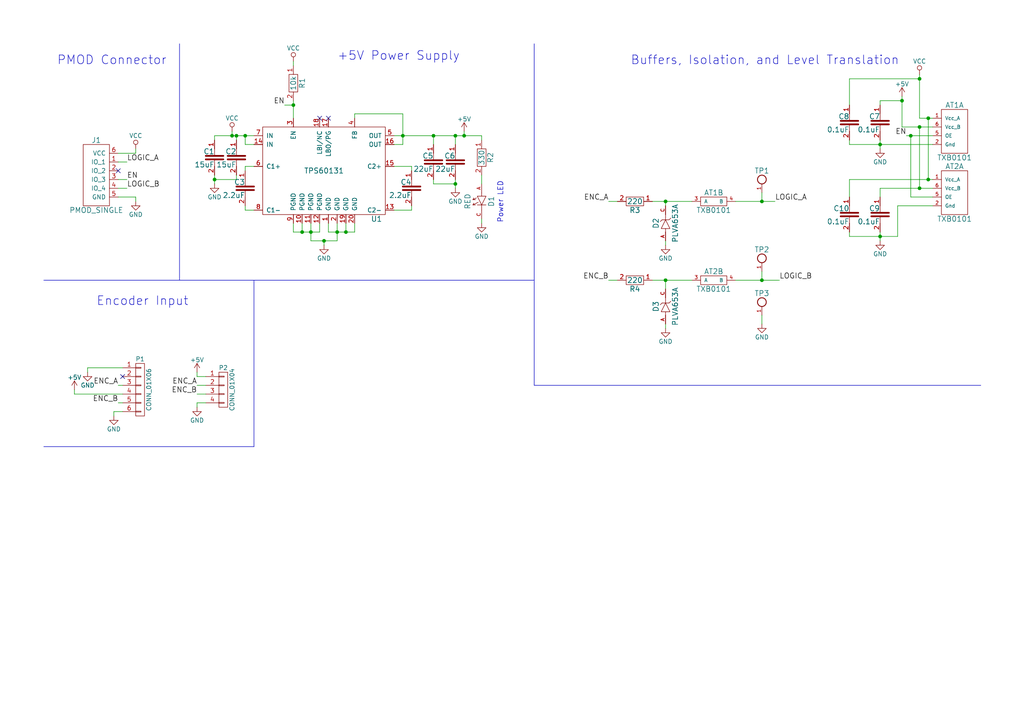
<source format=kicad_sch>
(kicad_sch (version 20230121) (generator eeschema)
  (paper "A4")
  (title_block (title "Quadrature Encoder PMOD-Compatible Interface") (rev "C") (comment 1 "Drawn by: Ian McInerney") (comment 2 "https://github.com/imciner2/PMOD-Compatible_Quadrature-Encoder"))
  (lib_symbols
    (symbol "SingleEncoder-rescue:+5V" (power) (pin_names (offset 0))
      (property "Value" "+5V" (at 0 3.556 0))
      (symbol "+5V_0_1"
        (polyline (pts (xy -0.762 1.27) (xy 0 2.54)))
        (polyline (pts (xy 0 0) (xy 0 2.54)))
        (polyline (pts (xy 0 2.54) (xy 0.762 1.27)))
      )
      (symbol "+5V_1_1"
        (pin power_in line (at 0 0 90) (length 0) hide (name "+5V") (number "1"))
      )
    )
    (symbol "SingleEncoder-rescue:CAP" (pin_names (offset 1.016))
      (property "Reference" "C" (at 0 1.778 0))
      (property "Value" "CAP" (at 0 -2.032 0))
      (symbol "CAP_0_1"
        (polyline (pts (xy -2.54 0.508) (xy 2.54 0.508)) (stroke (width 0.508)))
        (polyline (pts (xy 0 -2.54) (xy 0 -0.508)))
        (polyline (pts (xy 0 0.508) (xy 0 2.54)))
        (polyline (pts (xy 2.54 -0.508) (xy -2.54 -0.508)) (stroke (width 0.508)))
      )
      (symbol "CAP_1_1"
        (pin input line (at 0 5.08 270) (length 2.54) (name "~") (number "1"))
        (pin input line (at 0 -5.08 90) (length 2.54) (name "~") (number "2"))
      )
    )
    (symbol "SingleEncoder-rescue:CONN_01X04" (pin_names (offset 1.016) hide)
      (property "Reference" "P" (at 0 6.35 0))
      (property "Value" "CONN_01X04" (at 2.54 0 90))
      (symbol "CONN_01X04_0_1"
        (rectangle (start -1.27 -3.683) (end 0.254 -3.937))
        (rectangle (start -1.27 -1.143) (end 0.254 -1.397))
        (rectangle (start -1.27 1.397) (end 0.254 1.143))
        (rectangle (start -1.27 3.937) (end 0.254 3.683))
        (rectangle (start -1.27 5.08) (end 1.27 -5.08))
      )
      (symbol "CONN_01X04_1_1"
        (pin passive line (at -5.08 3.81 0) (length 3.81) (name "P1") (number "1"))
        (pin passive line (at -5.08 1.27 0) (length 3.81) (name "P2") (number "2"))
        (pin passive line (at -5.08 -1.27 0) (length 3.81) (name "P3") (number "3"))
        (pin passive line (at -5.08 -3.81 0) (length 3.81) (name "P4") (number "4"))
      )
    )
    (symbol "SingleEncoder-rescue:CONN_01X06" (pin_names (offset 1.016) hide)
      (property "Reference" "P" (at 0 8.89 0))
      (property "Value" "CONN_01X06" (at 2.54 0 90))
      (symbol "CONN_01X06_0_1"
        (rectangle (start -1.27 -6.223) (end 0.254 -6.477))
        (rectangle (start -1.27 -3.683) (end 0.254 -3.937))
        (rectangle (start -1.27 -1.143) (end 0.254 -1.397))
        (rectangle (start -1.27 1.397) (end 0.254 1.143))
        (rectangle (start -1.27 3.937) (end 0.254 3.683))
        (rectangle (start -1.27 6.477) (end 0.254 6.223))
        (rectangle (start -1.27 7.62) (end 1.27 -7.62))
      )
      (symbol "CONN_01X06_1_1"
        (pin passive line (at -5.08 6.35 0) (length 3.81) (name "P1") (number "1"))
        (pin passive line (at -5.08 3.81 0) (length 3.81) (name "P2") (number "2"))
        (pin passive line (at -5.08 1.27 0) (length 3.81) (name "P3") (number "3"))
        (pin passive line (at -5.08 -1.27 0) (length 3.81) (name "P4") (number "4"))
        (pin passive line (at -5.08 -3.81 0) (length 3.81) (name "P5") (number "5"))
        (pin passive line (at -5.08 -6.35 0) (length 3.81) (name "P6") (number "6"))
      )
    )
    (symbol "SingleEncoder-rescue:D_LED" (pin_names (offset 1.016))
      (property "Reference" "D" (at -2.794 0 90))
      (property "Value" "D_LED" (at 4.064 0 90))
      (symbol "D_LED_0_1"
        (polyline (pts (xy 0 -1.524) (xy 0 -2.54)))
        (polyline (pts (xy 0 2.54) (xy 0 1.016)))
        (polyline (pts (xy 1.27 1.016) (xy -1.27 1.016)))
        (polyline (pts (xy 2.54 -0.508) (xy 2.286 -1.016)))
        (polyline (pts (xy 2.54 1.016) (xy 2.286 0.508)))
        (polyline (pts (xy 1.016 0.254) (xy 2.54 1.016) (xy 1.778 1.016)))
        (polyline (pts (xy 1.524 -1.016) (xy 2.54 -0.508) (xy 1.778 -0.508)))
        (polyline (pts (xy 0 1.016) (xy 1.27 -1.524) (xy -1.27 -1.524) (xy 0 1.016)))
      )
      (symbol "D_LED_1_1"
        (pin input line (at 0 -5.08 90) (length 2.54) (name "~") (number "A"))
        (pin input line (at 0 5.08 270) (length 2.54) (name "~") (number "C"))
      )
    )
    (symbol "SingleEncoder-rescue:D_ZENER" (pin_names (offset 1.016))
      (property "Reference" "D" (at -2.794 0 90))
      (property "Value" "D_ZENER" (at 2.794 0 90))
      (symbol "D_ZENER_0_1"
        (polyline (pts (xy -1.016 1.016) (xy -1.524 0.508)))
        (polyline (pts (xy -1.016 1.016) (xy 1.016 1.016)))
        (polyline (pts (xy 0 -1.524) (xy 0 -2.54)))
        (polyline (pts (xy 0 2.54) (xy 0 1.016)))
        (polyline (pts (xy 1.016 1.016) (xy 1.524 1.524)))
        (polyline (pts (xy 0 1.016) (xy 1.27 -1.524) (xy -1.27 -1.524) (xy 0 1.016)))
      )
      (symbol "D_ZENER_1_1"
        (pin input line (at 0 -5.08 90) (length 2.54) (name "~") (number "A"))
        (pin input line (at 0 5.08 270) (length 2.54) (name "~") (number "C"))
      )
    )
    (symbol "SingleEncoder-rescue:GND" (power) (pin_names (offset 0))
      (property "Value" "GND" (at 0 -3.81 0))
      (symbol "GND_0_1"
        (polyline (pts (xy 0 0) (xy 0 -1.27) (xy 1.27 -1.27) (xy 0 -2.54) (xy -1.27 -1.27) (xy 0 -1.27)))
      )
      (symbol "GND_1_1"
        (pin power_in line (at 0 0 270) (length 0) hide (name "GND") (number "1"))
      )
    )
    (symbol "SingleEncoder-rescue:PMOD_SINGLE" (pin_names (offset 1.016))
      (property "Reference" "J" (at 0 10.16 0))
      (property "Value" "PMOD_SINGLE" (at 0 -10.16 0))
      (symbol "PMOD_SINGLE_0_1"
        (rectangle (start 3.81 8.89) (end -3.81 -8.89))
      )
      (symbol "PMOD_SINGLE_1_1"
        (pin input line (at 6.35 3.81 180) (length 2.54) (name "IO_1") (number "1"))
        (pin input line (at 6.35 1.27 180) (length 2.54) (name "IO_2") (number "2"))
        (pin input line (at 6.35 -1.27 180) (length 2.54) (name "IO_3") (number "3"))
        (pin input line (at 6.35 -3.81 180) (length 2.54) (name "IO_4") (number "4"))
        (pin input line (at 6.35 -6.35 180) (length 2.54) (name "GND") (number "5"))
        (pin input line (at 6.35 6.35 180) (length 2.54) (name "VCC") (number "6"))
      )
    )
    (symbol "SingleEncoder-rescue:RES" (pin_names (offset 1.016))
      (property "Reference" "R" (at 2.54 0 90))
      (property "Value" "RES" (at 0 0 90))
      (symbol "RES_0_1"
        (rectangle (start -1.27 2.54) (end 1.27 -2.54))
      )
      (symbol "RES_1_1"
        (pin input line (at 0 5.08 270) (length 2.54) (name "~") (number "1"))
        (pin input line (at 0 -5.08 90) (length 2.54) (name "~") (number "2"))
      )
    )
    (symbol "SingleEncoder-rescue:TEST_POINT" (pin_names (offset 1.016))
      (property "Reference" "TP" (at 0 3.81 0))
      (symbol "TEST_POINT_0_1"
        (circle (center 0 1.27) (radius 1.27) (stroke (width 0.254)))
      )
      (symbol "TEST_POINT_1_1"
        (pin passive line (at 0 -2.54 90) (length 2.54) (name "~") (number "1"))
      )
    )
    (symbol "SingleEncoder-rescue:TPS60131" (pin_names (offset 1.016))
      (property "Reference" "U" (at 15.24 -13.97 0))
      (property "Value" "TPS60131" (at 0 0 0))
      (symbol "TPS60131_0_1"
        (rectangle (start -17.78 12.7) (end 17.78 -12.7))
      )
      (symbol "TPS60131_1_1"
        (pin input line (at 1.27 -15.24 90) (length 2.54) (name "GND") (number "1"))
        (pin input line (at -6.35 -15.24 90) (length 2.54) (name "PGND") (number "10"))
        (pin input line (at -3.81 -15.24 90) (length 2.54) (name "PGND") (number "11"))
        (pin input line (at -1.27 -15.24 90) (length 2.54) (name "PGND") (number "12"))
        (pin input line (at 20.32 -11.43 180) (length 2.54) (name "C2-") (number "13"))
        (pin input line (at -20.32 7.62 0) (length 2.54) (name "IN") (number "14"))
        (pin input line (at 20.32 1.27 180) (length 2.54) (name "C2+") (number "15"))
        (pin input line (at 20.32 7.62 180) (length 2.54) (name "OUT") (number "16"))
        (pin input line (at 1.27 15.24 270) (length 2.54) (name "LBO/PG") (number "17"))
        (pin input line (at -1.27 15.24 270) (length 2.54) (name "LBI/NC") (number "18"))
        (pin input line (at 6.35 -15.24 90) (length 2.54) (name "GND") (number "19"))
        (pin input line (at 3.81 -15.24 90) (length 2.54) (name "GND") (number "2"))
        (pin input line (at 8.89 -15.24 90) (length 2.54) (name "GND") (number "20"))
        (pin input line (at -8.89 15.24 270) (length 2.54) (name "EN") (number "3"))
        (pin input line (at 8.89 15.24 270) (length 2.54) (name "FB") (number "4"))
        (pin input line (at 20.32 10.16 180) (length 2.54) (name "OUT") (number "5"))
        (pin input line (at -20.32 1.27 0) (length 2.54) (name "C1+") (number "6"))
        (pin input line (at -20.32 10.16 0) (length 2.54) (name "IN") (number "7"))
        (pin input line (at -20.32 -11.43 0) (length 2.54) (name "C1-") (number "8"))
        (pin input line (at -8.89 -15.24 90) (length 2.54) (name "PGND") (number "9"))
      )
    )
    (symbol "SingleEncoder-rescue:TXB0101" (pin_names (offset 1.016))
      (property "Reference" "AT" (at 0 7.62 0))
      (property "Value" "TXB0101" (at 0 -7.62 0))
      (symbol "TXB0101_1_1"
        (rectangle (start -3.81 6.35) (end 3.81 -6.35))
        (pin power_in line (at -6.35 3.81 0) (length 2.54) (name "Vcc_A") (number "1"))
        (pin power_out line (at -6.35 -3.81 0) (length 2.54) (name "Gnd") (number "2"))
        (pin input line (at -6.35 -1.27 0) (length 2.54) (name "OE") (number "5"))
        (pin power_in line (at -6.35 1.27 0) (length 2.54) (name "Vcc_B") (number "6"))
      )
      (symbol "TXB0101_2_1"
        (rectangle (start -3.81 1.27) (end 3.81 -1.27))
        (pin input line (at -6.35 0 0) (length 2.54) (name "A") (number "3"))
        (pin input line (at 6.35 0 180) (length 2.54) (name "B") (number "4"))
      )
    )
    (symbol "SingleEncoder-rescue:VCC" (power) (pin_names (offset 0))
      (property "Value" "VCC" (at 0 3.81 0))
      (symbol "VCC_0_1"
        (polyline (pts (xy 0 0) (xy 0 1.27)))
        (circle (center 0 1.905) (radius 0.635))
      )
      (symbol "VCC_1_1"
        (pin power_in line (at 0 0 90) (length 0) hide (name "VCC") (number "1"))
      )
    )
  )
  (junction (at 134.62 39.37))
  (junction (at 93.98 69.85))
  (junction (at 71.12 39.37))
  (junction (at 193.04 81.28))
  (junction (at 97.79 67.31))
  (junction (at 116.84 39.37))
  (junction (at 264.16 39.37))
  (junction (at 132.08 39.37))
  (junction (at 255.27 41.91))
  (junction (at 220.98 58.42))
  (junction (at 67.31 39.37))
  (junction (at 269.24 34.29))
  (junction (at 90.17 67.31))
  (junction (at 255.27 68.58))
  (junction (at 266.7 22.86))
  (junction (at 87.63 67.31))
  (junction (at 266.7 36.83))
  (junction (at 220.98 81.28))
  (junction (at 68.58 39.37))
  (junction (at 266.7 54.61))
  (junction (at 269.24 52.07))
  (junction (at 132.08 53.34))
  (junction (at 125.73 39.37))
  (junction (at 62.23 52.07))
  (junction (at 261.62 29.21))
  (junction (at 85.09 30.48))
  (junction (at 193.04 58.42))
  (junction (at 100.33 67.31))
  (no_connect (at 95.25 34.29))
  (no_connect (at 34.29 49.53))
  (no_connect (at 92.71 34.29))
  (no_connect (at 35.56 109.22))
  (wire (pts (xy 92.71 67.31) (xy 92.71 64.77)))
  (wire (pts (xy 93.98 69.85) (xy 97.79 69.85)))
  (polyline (pts (xy 73.66 129.54) (xy 73.66 81.28)))
  (wire (pts (xy 269.24 52.07) (xy 270.51 52.07)))
  (wire (pts (xy 262.89 39.37) (xy 264.16 39.37)))
  (wire (pts (xy 90.17 64.77) (xy 90.17 67.31)))
  (wire (pts (xy 220.98 91.44) (xy 220.98 93.98)))
  (wire (pts (xy 34.29 57.15) (xy 39.37 57.15)))
  (wire (pts (xy 193.04 81.28) (xy 200.66 81.28)))
  (wire (pts (xy 36.83 54.61) (xy 34.29 54.61)))
  (polyline (pts (xy 73.66 129.54) (xy 12.7 129.54)))
  (wire (pts (xy 119.38 48.26) (xy 114.3 48.26)))
  (wire (pts (xy 36.83 52.07) (xy 34.29 52.07)))
  (wire (pts (xy 71.12 59.69) (xy 71.12 60.96)))
  (wire (pts (xy 116.84 33.02) (xy 116.84 39.37)))
  (wire (pts (xy 87.63 64.77) (xy 87.63 67.31)))
  (wire (pts (xy 189.23 58.42) (xy 193.04 58.42)))
  (wire (pts (xy 193.04 59.69) (xy 193.04 58.42)))
  (wire (pts (xy 255.27 30.48) (xy 255.27 29.21)))
  (wire (pts (xy 260.35 59.69) (xy 270.51 59.69)))
  (wire (pts (xy 255.27 68.58) (xy 255.27 69.85)))
  (wire (pts (xy 255.27 54.61) (xy 266.7 54.61)))
  (wire (pts (xy 90.17 69.85) (xy 93.98 69.85)))
  (wire (pts (xy 246.38 22.86) (xy 266.7 22.86)))
  (wire (pts (xy 97.79 69.85) (xy 97.79 67.31)))
  (wire (pts (xy 85.09 67.31) (xy 85.09 64.77)))
  (wire (pts (xy 261.62 27.94) (xy 261.62 29.21)))
  (wire (pts (xy 125.73 39.37) (xy 132.08 39.37)))
  (wire (pts (xy 39.37 43.18) (xy 39.37 44.45)))
  (wire (pts (xy 193.04 58.42) (xy 200.66 58.42)))
  (wire (pts (xy 87.63 67.31) (xy 90.17 67.31)))
  (wire (pts (xy 119.38 49.53) (xy 119.38 48.26)))
  (wire (pts (xy 71.12 60.96) (xy 73.66 60.96)))
  (wire (pts (xy 266.7 34.29) (xy 269.24 34.29)))
  (wire (pts (xy 213.36 58.42) (xy 220.98 58.42)))
  (wire (pts (xy 220.98 81.28) (xy 226.06 81.28)))
  (wire (pts (xy 71.12 41.91) (xy 71.12 39.37)))
  (wire (pts (xy 71.12 39.37) (xy 73.66 39.37)))
  (wire (pts (xy 246.38 67.31) (xy 246.38 68.58)))
  (wire (pts (xy 220.98 58.42) (xy 224.79 58.42)))
  (wire (pts (xy 261.62 29.21) (xy 261.62 36.83)))
  (polyline (pts (xy 154.94 12.7) (xy 154.94 111.76)))
  (wire (pts (xy 261.62 36.83) (xy 266.7 36.83)))
  (wire (pts (xy 85.09 19.05) (xy 85.09 17.78)))
  (wire (pts (xy 90.17 67.31) (xy 90.17 69.85)))
  (wire (pts (xy 266.7 36.83) (xy 270.51 36.83)))
  (wire (pts (xy 35.56 116.84) (xy 34.29 116.84)))
  (wire (pts (xy 62.23 40.64) (xy 62.23 39.37)))
  (wire (pts (xy 132.08 53.34) (xy 132.08 54.61)))
  (wire (pts (xy 62.23 52.07) (xy 62.23 53.34)))
  (wire (pts (xy 134.62 39.37) (xy 134.62 38.1)))
  (wire (pts (xy 193.04 93.98) (xy 193.04 95.25)))
  (wire (pts (xy 100.33 64.77) (xy 100.33 67.31)))
  (wire (pts (xy 255.27 40.64) (xy 255.27 41.91)))
  (wire (pts (xy 266.7 54.61) (xy 270.51 54.61)))
  (wire (pts (xy 62.23 50.8) (xy 62.23 52.07)))
  (wire (pts (xy 255.27 41.91) (xy 270.51 41.91)))
  (wire (pts (xy 269.24 34.29) (xy 270.51 34.29)))
  (polyline (pts (xy 12.7 81.28) (xy 154.94 81.28)))
  (wire (pts (xy 132.08 39.37) (xy 134.62 39.37)))
  (wire (pts (xy 260.35 68.58) (xy 260.35 59.69)))
  (wire (pts (xy 119.38 60.96) (xy 114.3 60.96)))
  (wire (pts (xy 57.15 114.3) (xy 59.69 114.3)))
  (wire (pts (xy 139.7 63.5) (xy 139.7 64.77)))
  (wire (pts (xy 35.56 119.38) (xy 33.02 119.38)))
  (wire (pts (xy 255.27 41.91) (xy 255.27 43.18)))
  (wire (pts (xy 255.27 68.58) (xy 260.35 68.58)))
  (wire (pts (xy 176.53 81.28) (xy 179.07 81.28)))
  (wire (pts (xy 139.7 50.8) (xy 139.7 53.34)))
  (wire (pts (xy 67.31 39.37) (xy 68.58 39.37)))
  (wire (pts (xy 246.38 40.64) (xy 246.38 41.91)))
  (wire (pts (xy 97.79 67.31) (xy 100.33 67.31)))
  (wire (pts (xy 114.3 39.37) (xy 116.84 39.37)))
  (wire (pts (xy 266.7 54.61) (xy 266.7 36.83)))
  (wire (pts (xy 246.38 68.58) (xy 255.27 68.58)))
  (wire (pts (xy 39.37 57.15) (xy 39.37 58.42)))
  (wire (pts (xy 59.69 116.84) (xy 57.15 116.84)))
  (wire (pts (xy 116.84 41.91) (xy 114.3 41.91)))
  (wire (pts (xy 119.38 59.69) (xy 119.38 60.96)))
  (wire (pts (xy 213.36 81.28) (xy 220.98 81.28)))
  (wire (pts (xy 90.17 67.31) (xy 92.71 67.31)))
  (wire (pts (xy 57.15 109.22) (xy 59.69 109.22)))
  (wire (pts (xy 179.07 58.42) (xy 176.53 58.42)))
  (wire (pts (xy 134.62 39.37) (xy 139.7 39.37)))
  (wire (pts (xy 102.87 33.02) (xy 116.84 33.02)))
  (wire (pts (xy 255.27 67.31) (xy 255.27 68.58)))
  (wire (pts (xy 116.84 39.37) (xy 116.84 41.91)))
  (wire (pts (xy 57.15 107.95) (xy 57.15 109.22)))
  (wire (pts (xy 85.09 29.21) (xy 85.09 30.48)))
  (wire (pts (xy 116.84 39.37) (xy 125.73 39.37)))
  (wire (pts (xy 220.98 78.74) (xy 220.98 81.28)))
  (wire (pts (xy 59.69 111.76) (xy 57.15 111.76)))
  (wire (pts (xy 125.73 52.07) (xy 125.73 53.34)))
  (wire (pts (xy 68.58 52.07) (xy 62.23 52.07)))
  (wire (pts (xy 125.73 53.34) (xy 132.08 53.34)))
  (wire (pts (xy 266.7 22.86) (xy 266.7 34.29)))
  (wire (pts (xy 95.25 67.31) (xy 97.79 67.31)))
  (wire (pts (xy 95.25 64.77) (xy 95.25 67.31)))
  (wire (pts (xy 193.04 83.82) (xy 193.04 81.28)))
  (wire (pts (xy 264.16 39.37) (xy 270.51 39.37)))
  (wire (pts (xy 67.31 39.37) (xy 67.31 38.1)))
  (wire (pts (xy 246.38 22.86) (xy 246.38 30.48)))
  (wire (pts (xy 39.37 44.45) (xy 34.29 44.45)))
  (wire (pts (xy 68.58 40.64) (xy 68.58 39.37)))
  (wire (pts (xy 97.79 67.31) (xy 97.79 64.77)))
  (wire (pts (xy 71.12 48.26) (xy 71.12 49.53)))
  (wire (pts (xy 255.27 29.21) (xy 261.62 29.21)))
  (wire (pts (xy 125.73 41.91) (xy 125.73 39.37)))
  (wire (pts (xy 73.66 48.26) (xy 71.12 48.26)))
  (wire (pts (xy 21.59 114.3) (xy 21.59 113.03)))
  (wire (pts (xy 189.23 81.28) (xy 193.04 81.28)))
  (wire (pts (xy 220.98 55.88) (xy 220.98 58.42)))
  (wire (pts (xy 100.33 67.31) (xy 102.87 67.31)))
  (wire (pts (xy 255.27 54.61) (xy 255.27 57.15)))
  (wire (pts (xy 85.09 67.31) (xy 87.63 67.31)))
  (wire (pts (xy 264.16 57.15) (xy 270.51 57.15)))
  (wire (pts (xy 93.98 69.85) (xy 93.98 71.12)))
  (wire (pts (xy 35.56 106.68) (xy 25.4 106.68)))
  (wire (pts (xy 85.09 30.48) (xy 85.09 34.29)))
  (wire (pts (xy 132.08 39.37) (xy 132.08 41.91)))
  (wire (pts (xy 264.16 39.37) (xy 264.16 57.15)))
  (wire (pts (xy 35.56 114.3) (xy 21.59 114.3)))
  (wire (pts (xy 266.7 21.59) (xy 266.7 22.86)))
  (wire (pts (xy 33.02 119.38) (xy 33.02 120.65)))
  (polyline (pts (xy 52.07 81.28) (xy 52.07 12.7)))
  (wire (pts (xy 269.24 52.07) (xy 269.24 34.29)))
  (wire (pts (xy 36.83 46.99) (xy 34.29 46.99)))
  (wire (pts (xy 68.58 39.37) (xy 71.12 39.37)))
  (polyline (pts (xy 154.94 111.76) (xy 284.48 111.76)))
  (wire (pts (xy 25.4 106.68) (xy 25.4 107.95)))
  (wire (pts (xy 132.08 52.07) (xy 132.08 53.34)))
  (wire (pts (xy 35.56 111.76) (xy 34.29 111.76)))
  (wire (pts (xy 57.15 116.84) (xy 57.15 118.11)))
  (wire (pts (xy 73.66 41.91) (xy 71.12 41.91)))
  (wire (pts (xy 102.87 67.31) (xy 102.87 64.77)))
  (wire (pts (xy 193.04 71.12) (xy 193.04 69.85)))
  (wire (pts (xy 68.58 50.8) (xy 68.58 52.07)))
  (wire (pts (xy 102.87 34.29) (xy 102.87 33.02)))
  (wire (pts (xy 246.38 41.91) (xy 255.27 41.91)))
  (wire (pts (xy 139.7 39.37) (xy 139.7 40.64)))
  (wire (pts (xy 62.23 39.37) (xy 67.31 39.37)))
  (wire (pts (xy 82.55 30.48) (xy 85.09 30.48)))
  (wire (pts (xy 246.38 52.07) (xy 246.38 57.15)))
  (wire (pts (xy 246.38 52.07) (xy 269.24 52.07)))
  (text "Encoder Input" (at 27.94 88.9 0) (effects (font (size 2.54 2.54)) (justify left bottom)))
  (text "Power LED" (at 146.05 64.77 90) (effects (font (size 1.524 1.524)) (justify left bottom)))
  (text "Buffers, Isolation, and Level Translation" (at 182.88 19.05 0) (effects (font (size 2.54 2.54)) (justify left bottom)))
  (text "PMOD Connector" (at 16.51 19.05 0) (effects (font (size 2.54 2.54)) (justify left bottom)))
  (text "+5V Power Supply" (at 97.79 17.78 0) (effects (font (size 2.54 2.54)) (justify left bottom)))
  (label "ENC_A" (at 34.29 111.76 180) (effects (font (size 1.524 1.524))))
  (label "ENC_A" (at 57.15 111.76 180) (effects (font (size 1.524 1.524))))
  (label "ENC_B" (at 57.15 114.3 180) (effects (font (size 1.524 1.524))))
  (label "ENC_A" (at 176.53 58.42 180) (effects (font (size 1.524 1.524))))
  (label "EN" (at 36.83 52.07 0) (effects (font (size 1.524 1.524))))
  (label "ENC_B" (at 34.29 116.84 180) (effects (font (size 1.524 1.524))))
  (label "LOGIC_A" (at 224.79 58.42 0) (effects (font (size 1.524 1.524))))
  (label "LOGIC_A" (at 36.83 46.99 0) (effects (font (size 1.524 1.524))))
  (label "ENC_B" (at 176.53 81.28 180) (effects (font (size 1.524 1.524))))
  (label "EN" (at 262.89 39.37 180) (effects (font (size 1.524 1.524))))
  (label "EN" (at 82.55 30.48 180) (effects (font (size 1.524 1.524))))
  (label "LOGIC_B" (at 36.83 54.61 0) (effects (font (size 1.524 1.524))))
  (label "LOGIC_B" (at 226.06 81.28 0) (effects (font (size 1.524 1.524))))
  (symbol (lib_id "SingleEncoder-rescue:TPS60131") (at 93.98 49.53 0) (unit 1)
    (property "Reference" "U1" (at 109.22 63.5 0) (effects (font (size 1.524 1.524))))
    (property "Value" "TPS60131" (at 93.98 49.53 0) (effects (font (size 1.524 1.524))))
    (property "Footprint" "SMD:SSOP_20_4.5mm_6.6mm_0.65mm_PWP" (effects hide))
    (property "Datasheet" "http://www.ti.com/lit/ds/symlink/tps60130.pdf" (effects hide))
    (property "DigikeyNumber" "296-2272-5-ND" (effects hide))
    (property "Manufacturer" "Texas Instruments" (effects hide))
    (property "ManufacturerNumber" "TPS60131PWP" (effects hide))
  )
  (symbol (lib_id "SingleEncoder-rescue:PMOD_SINGLE") (at 27.94 50.8 0) (unit 1)
    (property "Reference" "J1" (at 27.94 40.64 0) (effects (font (size 1.524 1.524))))
    (property "Value" "PMOD_SINGLE" (at 27.94 60.96 0) (effects (font (size 1.524 1.524))))
    (property "Footprint" "Connectors:PMOD_SINGLE_MALE" (effects hide))
    (property "DigikeyNumber" "609-3313-ND" (effects hide))
    (property "Manufacturer" "FCI" (effects hide))
    (property "ManufacturerNumber" "68016-106HLF" (effects hide))
  )
  (symbol (lib_id "SingleEncoder-rescue:GND") (at 39.37 58.42 0) (unit 1)
    (property "Reference" "#PWR01" (effects hide))
    (property "Value" "GND" (at 39.37 62.23 0))
  )
  (symbol (lib_id "SingleEncoder-rescue:VCC") (at 39.37 43.18 0) (unit 1)
    (property "Reference" "#PWR02" (effects hide))
    (property "Value" "VCC" (at 39.37 39.37 0))
  )
  (symbol (lib_id "SingleEncoder-rescue:RES") (at 85.09 24.13 0) (unit 1)
    (property "Reference" "R1" (at 87.63 24.13 90) (effects (font (size 1.524 1.524))))
    (property "Value" "10k" (at 85.09 24.13 90) (effects (font (size 1.524 1.524))))
    (property "Footprint" "SMD:SMD_0805" (effects hide))
    (property "DigikeyNumber" "RMCF0805FT10K0CT-ND" (effects hide))
    (property "Manufacturer" "Stackpole Electronics Inc" (effects hide))
    (property "ManufacturerNumber" "RMCF0805FT10K0" (effects hide))
  )
  (symbol (lib_id "SingleEncoder-rescue:VCC") (at 67.31 38.1 0) (unit 1)
    (property "Reference" "#PWR03" (effects hide))
    (property "Value" "VCC" (at 67.31 34.29 0))
  )
  (symbol (lib_id "SingleEncoder-rescue:CAP") (at 71.12 54.61 0) (unit 1)
    (property "Reference" "C3" (at 71.12 52.832 0) (effects (font (size 1.524 1.524)) (justify right)))
    (property "Value" "2.2uF" (at 71.12 56.642 0) (effects (font (size 1.524 1.524)) (justify right)))
    (property "Footprint" "SMD:SMD_0805" (effects hide))
    (property "DigikeyNumber" "311-3425-1-ND" (effects hide))
    (property "Manufacturer" "Yageo" (effects hide))
    (property "ManufacturerNumber" "CC0805KRX5R6BB225" (effects hide))
  )
  (symbol (lib_id "SingleEncoder-rescue:CAP") (at 119.38 54.61 0) (unit 1)
    (property "Reference" "C4" (at 119.38 52.832 0) (effects (font (size 1.524 1.524)) (justify right)))
    (property "Value" "2.2uF" (at 119.38 56.642 0) (effects (font (size 1.524 1.524)) (justify right)))
    (property "Footprint" "SMD:SMD_0805" (effects hide))
    (property "DigikeyNumber" "311-3425-1-ND" (effects hide))
    (property "Manufacturer" "Yageo" (effects hide))
    (property "ManufacturerNumber" "CC0805KRX5R6BB225" (effects hide))
  )
  (symbol (lib_id "SingleEncoder-rescue:VCC") (at 85.09 17.78 0) (unit 1)
    (property "Reference" "#PWR04" (effects hide))
    (property "Value" "VCC" (at 85.09 13.97 0))
  )
  (symbol (lib_id "SingleEncoder-rescue:CAP") (at 132.08 46.99 0) (unit 1)
    (property "Reference" "C6" (at 132.08 45.212 0) (effects (font (size 1.524 1.524)) (justify right)))
    (property "Value" "22uF" (at 132.08 49.022 0) (effects (font (size 1.524 1.524)) (justify right)))
    (property "Footprint" "SMD:SMD_0805" (effects hide))
    (property "DigikeyNumber" "1276-6786-1-ND" (effects hide))
    (property "Manufacturer" "Samsung Electro-Mechanics America, Inc." (effects hide))
    (property "ManufacturerNumber" "CL21A226KPCLRNC" (effects hide))
  )
  (symbol (lib_id "SingleEncoder-rescue:GND") (at 132.08 54.61 0) (unit 1)
    (property "Reference" "#PWR05" (effects hide))
    (property "Value" "GND" (at 132.08 58.42 0))
  )
  (symbol (lib_id "SingleEncoder-rescue:+5V") (at 134.62 38.1 0) (unit 1)
    (property "Reference" "#PWR06" (effects hide))
    (property "Value" "+5V" (at 134.62 34.544 0))
  )
  (symbol (lib_id "SingleEncoder-rescue:CAP") (at 62.23 45.72 0) (unit 1)
    (property "Reference" "C1" (at 62.23 43.942 0) (effects (font (size 1.524 1.524)) (justify right)))
    (property "Value" "15uF" (at 62.23 47.752 0) (effects (font (size 1.524 1.524)) (justify right)))
    (property "Footprint" "SMD:SMD_0805" (effects hide))
    (property "DigikeyNumber" "445-14362-1-ND" (effects hide))
    (property "Manufacturer" "TDK Corporation" (effects hide))
    (property "ManufacturerNumber" "C2012X5R1A156M085AC" (effects hide))
  )
  (symbol (lib_id "SingleEncoder-rescue:GND") (at 62.23 53.34 0) (unit 1)
    (property "Reference" "#PWR07" (effects hide))
    (property "Value" "GND" (at 62.23 57.15 0))
  )
  (symbol (lib_id "SingleEncoder-rescue:GND") (at 93.98 71.12 0) (unit 1)
    (property "Reference" "#PWR08" (effects hide))
    (property "Value" "GND" (at 93.98 74.93 0))
  )
  (symbol (lib_id "SingleEncoder-rescue:GND") (at 25.4 107.95 0) (unit 1)
    (property "Reference" "#PWR09" (effects hide))
    (property "Value" "GND" (at 25.4 111.76 0))
  )
  (symbol (lib_id "SingleEncoder-rescue:+5V") (at 21.59 113.03 0) (unit 1)
    (property "Reference" "#PWR010" (effects hide))
    (property "Value" "+5V" (at 21.59 109.474 0))
  )
  (symbol (lib_id "SingleEncoder-rescue:CONN_01X06") (at 40.64 113.03 0) (unit 1)
    (property "Reference" "P1" (at 40.64 104.14 0))
    (property "Value" "CONN_01X06" (at 43.18 113.03 90))
    (property "Footprint" "Connectors:DIN_CUI_SDS-50J" (effects hide))
    (property "DigikeyNumber" "CP-2350-ND" (effects hide))
    (property "Manufacturer" "CUI Inc" (effects hide))
    (property "ManufacturerNumber" "SDS-50J" (effects hide))
  )
  (symbol (lib_id "SingleEncoder-rescue:GND") (at 33.02 120.65 0) (unit 1)
    (property "Reference" "#PWR011" (effects hide))
    (property "Value" "GND" (at 33.02 124.46 0))
  )
  (symbol (lib_id "SingleEncoder-rescue:RES") (at 184.15 58.42 270) (unit 1)
    (property "Reference" "R3" (at 184.15 60.96 90) (effects (font (size 1.524 1.524))))
    (property "Value" "220" (at 184.15 58.42 90) (effects (font (size 1.524 1.524))))
    (property "Footprint" "SMD:SMD_0805" (effects hide))
    (property "DigikeyNumber" "P220CCT-ND" (effects hide))
    (property "Manufacturer" "Panasonic Electronic Components" (effects hide))
    (property "ManufacturerNumber" "ERJ-6ENF2200V" (effects hide))
  )
  (symbol (lib_id "SingleEncoder-rescue:RES") (at 184.15 81.28 270) (unit 1)
    (property "Reference" "R4" (at 184.15 83.82 90) (effects (font (size 1.524 1.524))))
    (property "Value" "220" (at 184.15 81.28 90) (effects (font (size 1.524 1.524))))
    (property "Footprint" "SMD:SMD_0805" (effects hide))
    (property "DigikeyNumber" "P220CCT-ND" (effects hide))
    (property "Manufacturer" "Panasonic Electronic Components" (effects hide))
    (property "ManufacturerNumber" "ERJ-6ENF2200V" (effects hide))
  )
  (symbol (lib_id "SingleEncoder-rescue:GND") (at 255.27 43.18 0) (unit 1)
    (property "Reference" "#PWR012" (effects hide))
    (property "Value" "GND" (at 255.27 46.99 0))
  )
  (symbol (lib_id "SingleEncoder-rescue:RES") (at 139.7 45.72 0) (unit 1)
    (property "Reference" "R2" (at 142.24 45.72 90) (effects (font (size 1.524 1.524))))
    (property "Value" "330" (at 139.7 45.72 90) (effects (font (size 1.524 1.524))))
    (property "Footprint" "SMD:SMD_0805" (effects hide))
    (property "DigikeyNumber" "P330CCT-ND" (effects hide))
    (property "Manufacturer" "Panasonic Electronic Components" (effects hide))
    (property "ManufacturerNumber" "ERJ-6ENF3300V" (effects hide))
  )
  (symbol (lib_id "SingleEncoder-rescue:D_LED") (at 139.7 58.42 180) (unit 1)
    (property "Reference" "D1" (at 142.494 58.42 90) (effects (font (size 1.524 1.524))))
    (property "Value" "RED" (at 135.636 58.42 90) (effects (font (size 1.524 1.524))))
    (property "Footprint" "LEDs:LED_1206" (effects hide))
    (property "DigikeyNumber" "754-1137-1-ND" (effects hide))
    (property "Manufacturer" "Kingbright" (effects hide))
    (property "ManufacturerNumber" "APT3216EC" (effects hide))
  )
  (symbol (lib_id "SingleEncoder-rescue:GND") (at 139.7 64.77 0) (unit 1)
    (property "Reference" "#PWR013" (effects hide))
    (property "Value" "GND" (at 139.7 68.58 0))
  )
  (symbol (lib_id "SingleEncoder-rescue:TEST_POINT") (at 220.98 53.34 0) (unit 1)
    (property "Reference" "TP1" (at 220.98 49.53 0) (effects (font (size 1.524 1.524))))
    (property "Value" "TEST_POINT" (effects hide))
    (property "Footprint" "Connectors:TESTPOINT_063" (effects hide))
    (property "Datasheet" "http://www.keyelco.com/product-pdf.cfm?p=1322" (effects hide))
    (property "DigikeyNumber" "36-5013-ND" (effects hide))
    (property "Manufacturer" "Keystone Electronics" (effects hide))
    (property "ManufacturerNumber" "5013" (effects hide))
  )
  (symbol (lib_id "SingleEncoder-rescue:TEST_POINT") (at 220.98 76.2 0) (unit 1)
    (property "Reference" "TP2" (at 220.98 72.39 0) (effects (font (size 1.524 1.524))))
    (property "Value" "TEST_POINT" (effects hide))
    (property "Footprint" "Connectors:TESTPOINT_063" (effects hide))
    (property "Datasheet" "http://www.keyelco.com/product-pdf.cfm?p=1322" (effects hide))
    (property "DigikeyNumber" "36-5013-ND" (effects hide))
    (property "Manufacturer" "Keystone Electronics" (effects hide))
    (property "ManufacturerNumber" "5013" (effects hide))
  )
  (symbol (lib_id "SingleEncoder-rescue:TEST_POINT") (at 220.98 88.9 0) (unit 1)
    (property "Reference" "TP3" (at 220.98 85.09 0) (effects (font (size 1.524 1.524))))
    (property "Value" "TEST_POINT" (effects hide))
    (property "Footprint" "Connectors:TESTPOINT_063" (effects hide))
    (property "Datasheet" "http://www.keyelco.com/product-pdf.cfm?p=1320" (effects hide))
    (property "DigikeyNumber" "36-5011-ND" (effects hide))
    (property "Manufacturer" "Keystone Electronics" (effects hide))
    (property "ManufacturerNumber" "5011" (effects hide))
  )
  (symbol (lib_id "SingleEncoder-rescue:GND") (at 220.98 93.98 0) (unit 1)
    (property "Reference" "#PWR014" (effects hide))
    (property "Value" "GND" (at 220.98 97.79 0))
  )
  (symbol (lib_id "SingleEncoder-rescue:CAP") (at 68.58 45.72 0) (unit 1)
    (property "Reference" "C2" (at 68.58 43.942 0) (effects (font (size 1.524 1.524)) (justify right)))
    (property "Value" "15uF" (at 68.58 47.752 0) (effects (font (size 1.524 1.524)) (justify right)))
    (property "Footprint" "SMD:SMD_0805" (effects hide))
    (property "DigikeyNumber" "445-14362-1-ND" (effects hide))
    (property "Manufacturer" "TDK Corporation" (effects hide))
    (property "ManufacturerNumber" "C2012X5R1A156M085AC" (effects hide))
  )
  (symbol (lib_id "SingleEncoder-rescue:CAP") (at 125.73 46.99 0) (unit 1)
    (property "Reference" "C5" (at 125.73 45.212 0) (effects (font (size 1.524 1.524)) (justify right)))
    (property "Value" "22uF" (at 125.73 49.022 0) (effects (font (size 1.524 1.524)) (justify right)))
    (property "Footprint" "SMD:SMD_0805" (effects hide))
    (property "DigikeyNumber" "1276-6786-1-ND" (effects hide))
    (property "Manufacturer" "Samsung Electro-Mechanics America, Inc." (effects hide))
    (property "ManufacturerNumber" "CL21A226KPCLRNC" (effects hide))
  )
  (symbol (lib_id "SingleEncoder-rescue:CONN_01X04") (at 64.77 113.03 0) (unit 1)
    (property "Reference" "P2" (at 64.77 106.68 0))
    (property "Value" "CONN_01X04" (at 67.31 113.03 90))
    (property "Footprint" "Connectors:CONN_2.54mm_1x4" (effects hide))
  )
  (symbol (lib_id "SingleEncoder-rescue:GND") (at 57.15 118.11 0) (unit 1)
    (property "Reference" "#PWR015" (effects hide))
    (property "Value" "GND" (at 57.15 121.92 0))
  )
  (symbol (lib_id "SingleEncoder-rescue:+5V") (at 57.15 107.95 0) (unit 1)
    (property "Reference" "#PWR016" (effects hide))
    (property "Value" "+5V" (at 57.15 104.394 0))
  )
  (symbol (lib_id "SingleEncoder-rescue:+5V") (at 261.62 27.94 0) (unit 1)
    (property "Reference" "#PWR017" (effects hide))
    (property "Value" "+5V" (at 261.62 24.384 0))
  )
  (symbol (lib_id "SingleEncoder-rescue:VCC") (at 266.7 21.59 0) (unit 1)
    (property "Reference" "#PWR018" (effects hide))
    (property "Value" "VCC" (at 266.7 17.78 0))
  )
  (symbol (lib_id "SingleEncoder-rescue:CAP") (at 255.27 35.56 0) (unit 1)
    (property "Reference" "C7" (at 255.27 33.782 0) (effects (font (size 1.524 1.524)) (justify right)))
    (property "Value" "0.1uF" (at 255.27 37.592 0) (effects (font (size 1.524 1.524)) (justify right)))
    (property "Footprint" "SMD:SMD_0805" (effects hide))
    (property "DigikeyNumber" "311-1141-1-ND" (effects hide))
    (property "Manufacturer" "Yageo" (effects hide))
    (property "ManufacturerNumber" "CC0805KRX7R8BB104" (effects hide))
  )
  (symbol (lib_id "SingleEncoder-rescue:CAP") (at 255.27 62.23 0) (unit 1)
    (property "Reference" "C9" (at 255.27 60.452 0) (effects (font (size 1.524 1.524)) (justify right)))
    (property "Value" "0.1uF" (at 255.27 64.262 0) (effects (font (size 1.524 1.524)) (justify right)))
    (property "Footprint" "SMD:SMD_0805" (effects hide))
    (property "DigikeyNumber" "311-1141-1-ND" (effects hide))
    (property "Manufacturer" "Yageo" (effects hide))
    (property "ManufacturerNumber" "CC0805KRX7R8BB104" (effects hide))
  )
  (symbol (lib_id "SingleEncoder-rescue:D_ZENER") (at 193.04 64.77 0) (unit 1)
    (property "Reference" "D2" (at 190.246 64.77 90) (effects (font (size 1.524 1.524))))
    (property "Value" "PLVA653A" (at 195.834 64.77 90) (effects (font (size 1.524 1.524))))
    (property "Footprint" "Diodes:DIODE_SOT-23-3" (effects hide))
    (property "DigikeyNumber" "568-6472-1-ND" (effects hide))
    (property "Manufacturer" "NXP" (effects hide))
    (property "ManufacturerNumber" "PLVA653A,215" (effects hide))
  )
  (symbol (lib_id "SingleEncoder-rescue:GND") (at 193.04 71.12 0) (unit 1)
    (property "Reference" "#PWR019" (effects hide))
    (property "Value" "GND" (at 193.04 74.93 0))
  )
  (symbol (lib_id "SingleEncoder-rescue:GND") (at 193.04 95.25 0) (unit 1)
    (property "Reference" "#PWR020" (effects hide))
    (property "Value" "GND" (at 193.04 99.06 0))
  )
  (symbol (lib_id "SingleEncoder-rescue:D_ZENER") (at 193.04 88.9 0) (unit 1)
    (property "Reference" "D3" (at 190.246 88.9 90) (effects (font (size 1.524 1.524))))
    (property "Value" "PLVA653A" (at 195.834 88.9 90) (effects (font (size 1.524 1.524))))
    (property "Footprint" "Diodes:DIODE_SOT-23-3" (effects hide))
    (property "DigikeyNumber" "568-6472-1-ND" (effects hide))
    (property "Manufacturer" "NXP" (effects hide))
    (property "ManufacturerNumber" "PLVA653A,215" (effects hide))
  )
  (symbol (lib_id "SingleEncoder-rescue:CAP") (at 246.38 35.56 0) (unit 1)
    (property "Reference" "C8" (at 246.38 33.782 0) (effects (font (size 1.524 1.524)) (justify right)))
    (property "Value" "0.1uF" (at 246.38 37.592 0) (effects (font (size 1.524 1.524)) (justify right)))
    (property "Footprint" "SMD:SMD_0805" (effects hide))
    (property "DigikeyNumber" "311-1141-1-ND" (effects hide))
    (property "Manufacturer" "Yageo" (effects hide))
    (property "ManufacturerNumber" "CC0805KRX7R8BB104" (effects hide))
  )
  (symbol (lib_id "SingleEncoder-rescue:TXB0101") (at 276.86 55.88 0) (unit 1)
    (property "Reference" "AT2" (at 276.86 48.26 0) (effects (font (size 1.524 1.524))))
    (property "Value" "TXB0101" (at 276.86 63.5 0) (effects (font (size 1.524 1.524))))
    (property "Footprint" "SMD:SOT-23-6" (effects hide))
    (property "DigikeyNumber" "296-21664-1-ND" (effects hide))
    (property "Manufacturer" "Texas Instruments" (effects hide))
    (property "ManufacturerNumber" "TXB0101DBVR" (effects hide))
  )
  (symbol (lib_id "SingleEncoder-rescue:TXB0101") (at 276.86 38.1 0) (unit 1)
    (property "Reference" "AT1" (at 276.86 30.48 0) (effects (font (size 1.524 1.524))))
    (property "Value" "TXB0101" (at 276.86 45.72 0) (effects (font (size 1.524 1.524))))
    (property "Footprint" "SMD:SOT-23-6" (effects hide))
    (property "DigikeyNumber" "296-21664-1-ND" (effects hide))
    (property "Manufacturer" "Texas Instruments" (effects hide))
    (property "ManufacturerNumber" "TXB0101DBVR" (effects hide))
  )
  (symbol (lib_id "SingleEncoder-rescue:TXB0101") (at 207.01 58.42 0) (unit 2)
    (property "Reference" "AT1" (at 207.01 55.88 0) (effects (font (size 1.524 1.524))))
    (property "Value" "TXB0101" (at 207.01 60.96 0) (effects (font (size 1.524 1.524))))
    (property "Footprint" "SMD:SOT-23-6" (effects hide))
    (property "DigikeyNumber" "296-21664-1-ND" (effects hide))
    (property "Manufacturer" "Texas Instruments" (effects hide))
    (property "ManufacturerNumber" "TXB0101DBVR" (effects hide))
  )
  (symbol (lib_id "SingleEncoder-rescue:TXB0101") (at 207.01 81.28 0) (unit 2)
    (property "Reference" "AT2" (at 207.01 78.74 0) (effects (font (size 1.524 1.524))))
    (property "Value" "TXB0101" (at 207.01 83.82 0) (effects (font (size 1.524 1.524))))
    (property "Footprint" "SMD:SOT-23-6" (effects hide))
    (property "DigikeyNumber" "296-21664-1-ND" (effects hide))
    (property "Manufacturer" "Texas Instruments" (effects hide))
    (property "ManufacturerNumber" "TXB0101DBVR" (effects hide))
  )
  (symbol (lib_id "SingleEncoder-rescue:CAP") (at 246.38 62.23 0) (unit 1)
    (property "Reference" "C10" (at 246.38 60.452 0) (effects (font (size 1.524 1.524)) (justify right)))
    (property "Value" "0.1uF" (at 246.38 64.262 0) (effects (font (size 1.524 1.524)) (justify right)))
    (property "Footprint" "SMD:SMD_0805" (effects hide))
    (property "DigikeyNumber" "311-1141-1-ND" (effects hide))
    (property "Manufacturer" "Yageo" (effects hide))
    (property "ManufacturerNumber" "CC0805KRX7R8BB104" (effects hide))
  )
  (symbol (lib_id "SingleEncoder-rescue:GND") (at 255.27 69.85 0) (unit 1)
    (property "Reference" "#PWR021" (effects hide))
    (property "Value" "GND" (at 255.27 73.66 0))
  )
)
</source>
